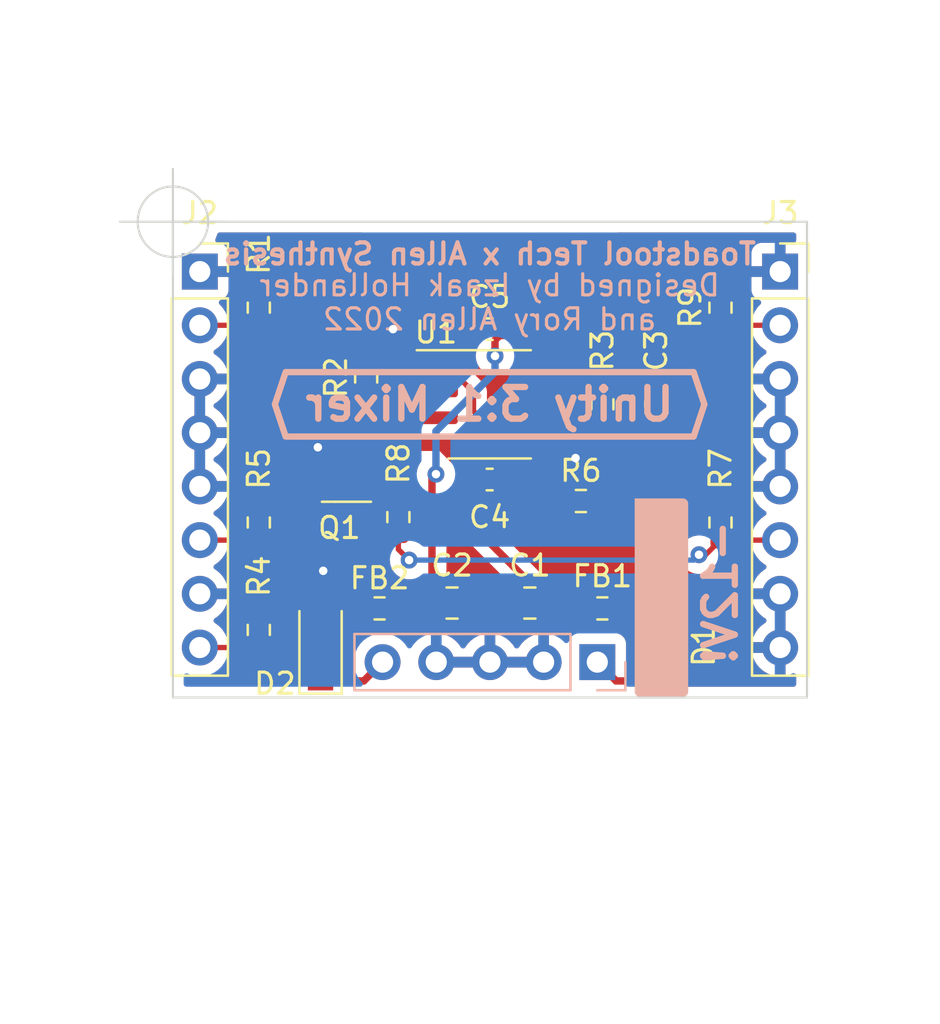
<source format=kicad_pcb>
(kicad_pcb (version 20211014) (generator pcbnew)
  (layers (0 "F.Cu" signal) (31 "B.Cu" signal) (34 "B.Paste" user) (35 "F.Paste" user) (36 "B.SilkS" user "B.Silkscreen") (37 "F.SilkS" user "F.Silkscreen") (38 "B.Mask" user) (39 "F.Mask" user) (44 "Edge.Cuts" user))
  (net 0 "")
  (net 1 "-12V")
  (net 2 "GND")
  (net 3 "+12V")
  (net 4 "Net-(D1-Pad1)")
  (net 5 "Net-(D1-Pad2)")
  (net 6 "Net-(D2-Pad1)")
  (net 7 "Net-(D2-Pad2)")
  (net 8 "Net-(C3-Pad1)")
  (net 9 "Net-(C3-Pad2)")
  (net 10 "Net-(J2-Pad2)")
  (net 11 "Net-(J2-Pad6)")
  (net 12 "Net-(J2-Pad8)")
  (net 13 "Net-(J3-Pad2)")
  (net 14 "Net-(J3-Pad6)")
  (net 15 "Net-(Q1-Pad2)")
  (net 16 "Net-(Q1-Pad3)")
  (net 17 "Net-(R1-Pad2)")
  (net 18 "Net-(R2-Pad2)")
  (footprint "Resistor_SMD:R_0603_1608Metric" (layer "F.Cu") (at 20.32 18.288 180)
    (fp_text reference "FB1" (at 0 1.524) (layer "F.SilkS"))
    (fp_text value "FerriteBead_Small")
    (fp_line (start -0.237258 0.5225) (end 0.237258 0.5225) (layer "F.SilkS") (width 0.12))
    (fp_line (start -0.237258 -0.5225) (end 0.237258 -0.5225) (layer "F.SilkS") (width 0.12))
    (pad "1" smd roundrect (at -0.825 0 180) (size 0.8 0.95) (layers "F.Cu" "F.Paste" "F.Mask") (net 4 "Net-(D1-Pad1)"))
    (pad "2" smd roundrect (at 0.825 0 180) (size 0.8 0.95) (layers "F.Cu" "F.Paste" "F.Mask") (net 1 "-12V"))
  )
  (footprint "Resistor_SMD:R_0603_1608Metric" (layer "F.Cu") (at 20.32 8.636 90)
    (fp_text reference "R3" (at 2.54 0 90) (layer "F.SilkS"))
    (fp_text value "100k")
    (fp_line (start -0.237258 -0.5225) (end 0.237258 -0.5225) (layer "F.SilkS") (width 0.12))
    (fp_line (start -0.237258 0.5225) (end 0.237258 0.5225) (layer "F.SilkS") (width 0.12))
    (pad "1" smd roundrect (at -0.825 0 90) (size 0.8 0.95) (layers "F.Cu" "F.Paste" "F.Mask") (net 8 "Net-(C3-Pad1)"))
    (pad "2" smd roundrect (at 0.825 0 90) (size 0.8 0.95) (layers "F.Cu" "F.Paste" "F.Mask") (net 9 "Net-(C3-Pad2)"))
  )
  (footprint "Capacitor_SMD:C_0603_1608Metric" (layer "F.Cu") (at 14.986 12.192)
    (fp_text reference "C4" (at 0 1.778) (layer "F.SilkS"))
    (fp_text value "100nF")
    (fp_line (start -0.14058 -0.51) (end 0.14058 -0.51) (layer "F.SilkS") (width 0.12))
    (fp_line (start -0.14058 0.51) (end 0.14058 0.51) (layer "F.SilkS") (width 0.12))
    (pad "1" smd roundrect (at -0.775 0) (size 0.9 0.95) (layers "F.Cu" "F.Paste" "F.Mask") (net 1 "-12V"))
    (pad "2" smd roundrect (at 0.775 0) (size 0.9 0.95) (layers "F.Cu" "F.Paste" "F.Mask") (net 2 "GND"))
  )
  (footprint "Diode_SMD:D_SOD-123" (layer "F.Cu") (at 6.985 20.066 90)
    (fp_text reference "D2" (at -1.778 -2.159 180) (layer "F.SilkS"))
    (fp_text value "1N5817")
    (fp_line (start -2.25 -1) (end -2.25 1) (layer "F.SilkS") (width 0.12))
    (fp_line (start -2.25 1) (end 1.65 1) (layer "F.SilkS") (width 0.12))
    (fp_line (start -2.25 -1) (end 1.65 -1) (layer "F.SilkS") (width 0.12))
    (pad "1" smd rect (at -1.65 0 90) (size 0.9 1.2) (layers "F.Cu" "F.Paste" "F.Mask") (net 6 "Net-(D2-Pad1)"))
    (pad "2" smd rect (at 1.65 0 90) (size 0.9 1.2) (layers "F.Cu" "F.Paste" "F.Mask") (net 7 "Net-(D2-Pad2)"))
  )
  (footprint "Resistor_SMD:R_0603_1608Metric" (layer "F.Cu") (at 4.064 14.224 90)
    (fp_text reference "R5" (at 2.54 0 90) (layer "F.SilkS"))
    (fp_text value "100k")
    (fp_line (start -0.237258 -0.5225) (end 0.237258 -0.5225) (layer "F.SilkS") (width 0.12))
    (fp_line (start -0.237258 0.5225) (end 0.237258 0.5225) (layer "F.SilkS") (width 0.12))
    (pad "1" smd roundrect (at -0.825 0 90) (size 0.8 0.95) (layers "F.Cu" "F.Paste" "F.Mask") (net 11 "Net-(J2-Pad6)"))
    (pad "2" smd roundrect (at 0.825 0 90) (size 0.8 0.95) (layers "F.Cu" "F.Paste" "F.Mask") (net 17 "Net-(R1-Pad2)"))
  )
  (footprint "Resistor_SMD:R_0603_1608Metric" (layer "F.Cu") (at 25.908 4.064 90)
    (fp_text reference "R9" (at 0 -1.43 90) (layer "F.SilkS"))
    (fp_text value "100k")
    (fp_line (start -0.237258 -0.5225) (end 0.237258 -0.5225) (layer "F.SilkS") (width 0.12))
    (fp_line (start -0.237258 0.5225) (end 0.237258 0.5225) (layer "F.SilkS") (width 0.12))
    (pad "1" smd roundrect (at -0.825 0 90) (size 0.8 0.95) (layers "F.Cu" "F.Paste" "F.Mask") (net 13 "Net-(J3-Pad2)"))
    (pad "2" smd roundrect (at 0.825 0 90) (size 0.8 0.95) (layers "F.Cu" "F.Paste" "F.Mask") (net 17 "Net-(R1-Pad2)"))
  )
  (footprint "Capacitor_SMD:C_0805_2012Metric" (layer "F.Cu") (at 16.891 18.034 180)
    (fp_text reference "C1" (at 0 1.778) (layer "F.SilkS"))
    (fp_text value "10uF")
    (fp_line (start -0.261252 -0.735) (end 0.261252 -0.735) (layer "F.SilkS") (width 0.12))
    (fp_line (start -0.261252 0.735) (end 0.261252 0.735) (layer "F.SilkS") (width 0.12))
    (pad "1" smd roundrect (at -0.95 0 180) (size 1 1.45) (layers "F.Cu" "F.Paste" "F.Mask") (net 1 "-12V"))
    (pad "2" smd roundrect (at 0.95 0 180) (size 1 1.45) (layers "F.Cu" "F.Paste" "F.Mask") (net 2 "GND"))
  )
  (footprint "Resistor_SMD:R_0603_1608Metric" (layer "F.Cu") (at 9.144 7.366 90)
    (fp_text reference "R2" (at 0 -1.43 90) (layer "F.SilkS"))
    (fp_text value "100k")
    (fp_line (start -0.237258 -0.5225) (end 0.237258 -0.5225) (layer "F.SilkS") (width 0.12))
    (fp_line (start -0.237258 0.5225) (end 0.237258 0.5225) (layer "F.SilkS") (width 0.12))
    (pad "1" smd roundrect (at -0.825 0 90) (size 0.8 0.95) (layers "F.Cu" "F.Paste" "F.Mask") (net 17 "Net-(R1-Pad2)"))
    (pad "2" smd roundrect (at 0.825 0 90) (size 0.8 0.95) (layers "F.Cu" "F.Paste" "F.Mask") (net 18 "Net-(R2-Pad2)"))
  )
  (footprint "Resistor_SMD:R_0603_1608Metric" (layer "F.Cu") (at 19.304 13.208)
    (fp_text reference "R6" (at 0 -1.43) (layer "F.SilkS"))
    (fp_text value "100k")
    (fp_line (start -0.237258 0.5225) (end 0.237258 0.5225) (layer "F.SilkS") (width 0.12))
    (fp_line (start -0.237258 -0.5225) (end 0.237258 -0.5225) (layer "F.SilkS") (width 0.12))
    (pad "1" smd roundrect (at -0.825 0) (size 0.8 0.95) (layers "F.Cu" "F.Paste" "F.Mask") (net 18 "Net-(R2-Pad2)"))
    (pad "2" smd roundrect (at 0.825 0) (size 0.8 0.95) (layers "F.Cu" "F.Paste" "F.Mask") (net 8 "Net-(C3-Pad1)"))
  )
  (footprint "Capacitor_SMD:C_0603_1608Metric" (layer "F.Cu") (at 22.86 8.636 90)
    (fp_text reference "C3" (at 2.54 0 90) (layer "F.SilkS"))
    (fp_text value "18pf")
    (fp_line (start -0.14058 0.51) (end 0.14058 0.51) (layer "F.SilkS") (width 0.12))
    (fp_line (start -0.14058 -0.51) (end 0.14058 -0.51) (layer "F.SilkS") (width 0.12))
    (pad "1" smd roundrect (at -0.775 0 90) (size 0.9 0.95) (layers "F.Cu" "F.Paste" "F.Mask") (net 8 "Net-(C3-Pad1)"))
    (pad "2" smd roundrect (at 0.775 0 90) (size 0.9 0.95) (layers "F.Cu" "F.Paste" "F.Mask") (net 9 "Net-(C3-Pad2)"))
  )
  (footprint "Resistor_SMD:R_0603_1608Metric" (layer "F.Cu") (at 9.779 18.288)
    (fp_text reference "FB2" (at 0 -1.43) (layer "F.SilkS"))
    (fp_text value "FerriteBead_Small")
    (fp_line (start -0.237258 0.5225) (end 0.237258 0.5225) (layer "F.SilkS") (width 0.12))
    (fp_line (start -0.237258 -0.5225) (end 0.237258 -0.5225) (layer "F.SilkS") (width 0.12))
    (pad "1" smd roundrect (at -0.825 0) (size 0.8 0.95) (layers "F.Cu" "F.Paste" "F.Mask") (net 7 "Net-(D2-Pad2)"))
    (pad "2" smd roundrect (at 0.825 0) (size 0.8 0.95) (layers "F.Cu" "F.Paste" "F.Mask") (net 3 "+12V"))
  )
  (footprint "Resistor_SMD:R_0603_1608Metric" (layer "F.Cu") (at 10.668 13.97 90)
    (fp_text reference "R8" (at 2.54 0 90) (layer "F.SilkS"))
    (fp_text value "1k")
    (fp_line (start -0.237258 0.5225) (end 0.237258 0.5225) (layer "F.SilkS") (width 0.12))
    (fp_line (start -0.237258 -0.5225) (end 0.237258 -0.5225) (layer "F.SilkS") (width 0.12))
    (pad "1" smd roundrect (at -0.825 0 90) (size 0.8 0.95) (layers "F.Cu" "F.Paste" "F.Mask") (net 14 "Net-(J3-Pad6)"))
    (pad "2" smd roundrect (at 0.825 0 90) (size 0.8 0.95) (layers "F.Cu" "F.Paste" "F.Mask") (net 15 "Net-(Q1-Pad2)"))
  )
  (footprint "Diode_SMD:D_SOD-123" (layer "F.Cu") (at 23.114 20.066 -90)
    (fp_text reference "D1" (at 0 -2 90) (layer "F.SilkS"))
    (fp_text value "1N5817")
    (fp_line (start -2.25 -1) (end 1.65 -1) (layer "F.SilkS") (width 0.12))
    (fp_line (start -2.25 1) (end 1.65 1) (layer "F.SilkS") (width 0.12))
    (fp_line (start -2.25 -1) (end -2.25 1) (layer "F.SilkS") (width 0.12))
    (pad "1" smd rect (at -1.65 0 270) (size 0.9 1.2) (layers "F.Cu" "F.Paste" "F.Mask") (net 4 "Net-(D1-Pad1)"))
    (pad "2" smd rect (at 1.65 0 270) (size 0.9 1.2) (layers "F.Cu" "F.Paste" "F.Mask") (net 5 "Net-(D1-Pad2)"))
  )
  (footprint "Capacitor_SMD:C_0805_2012Metric" (layer "F.Cu") (at 13.208 18.034 180)
    (fp_text reference "C2" (at 0 1.778) (layer "F.SilkS"))
    (fp_text value "10uF")
    (fp_line (start -0.261252 0.735) (end 0.261252 0.735) (layer "F.SilkS") (width 0.12))
    (fp_line (start -0.261252 -0.735) (end 0.261252 -0.735) (layer "F.SilkS") (width 0.12))
    (pad "1" smd roundrect (at -0.95 0 180) (size 1 1.45) (layers "F.Cu" "F.Paste" "F.Mask") (net 2 "GND"))
    (pad "2" smd roundrect (at 0.95 0 180) (size 1 1.45) (layers "F.Cu" "F.Paste" "F.Mask") (net 3 "+12V"))
  )
  (footprint "Resistor_SMD:R_0603_1608Metric" (layer "F.Cu") (at 4.064 19.304 -90)
    (fp_text reference "R4" (at -2.54 0 90) (layer "F.SilkS"))
    (fp_text value "2k")
    (fp_line (start -0.237258 0.5225) (end 0.237258 0.5225) (layer "F.SilkS") (width 0.12))
    (fp_line (start -0.237258 -0.5225) (end 0.237258 -0.5225) (layer "F.SilkS") (width 0.12))
    (pad "1" smd roundrect (at -0.825 0 270) (size 0.8 0.95) (layers "F.Cu" "F.Paste" "F.Mask") (net 16 "Net-(Q1-Pad3)"))
    (pad "2" smd roundrect (at 0.825 0 270) (size 0.8 0.95) (layers "F.Cu" "F.Paste" "F.Mask") (net 12 "Net-(J2-Pad8)"))
  )
  (footprint "Resistor_SMD:R_0603_1608Metric" (layer "F.Cu") (at 25.908 14.224 -90)
    (fp_text reference "R7" (at -2.54 0 90) (layer "F.SilkS"))
    (fp_text value "1k")
    (fp_line (start -0.237258 -0.5225) (end 0.237258 -0.5225) (layer "F.SilkS") (width 0.12))
    (fp_line (start -0.237258 0.5225) (end 0.237258 0.5225) (layer "F.SilkS") (width 0.12))
    (pad "1" smd roundrect (at -0.825 0 270) (size 0.8 0.95) (layers "F.Cu" "F.Paste" "F.Mask") (net 9 "Net-(C3-Pad2)"))
    (pad "2" smd roundrect (at 0.825 0 270) (size 0.8 0.95) (layers "F.Cu" "F.Paste" "F.Mask") (net 14 "Net-(J3-Pad6)"))
  )
  (footprint "Connector_PinSocket_2.54mm:PinSocket_1x08_P2.54mm_Vertical" (layer "F.Cu") (at 28.73 2.3578)
    (fp_text reference "J3" (at 0 -2.77) (layer "F.SilkS"))
    (fp_text value "Conn_01x08_Female")
    (fp_line (start 1.33 -1.33) (end 1.33 0) (layer "F.SilkS") (width 0.12))
    (fp_line (start -1.33 19.11) (end 1.33 19.11) (layer "F.SilkS") (width 0.12))
    (fp_line (start 1.33 1.27) (end 1.33 19.11) (layer "F.SilkS") (width 0.12))
    (fp_line (start 0 -1.33) (end 1.33 -1.33) (layer "F.SilkS") (width 0.12))
    (fp_line (start -1.33 1.27) (end -1.33 19.11) (layer "F.SilkS") (width 0.12))
    (fp_line (start -1.33 1.27) (end 1.33 1.27) (layer "F.SilkS") (width 0.12))
    (pad "1" thru_hole rect (at 0 0) (size 1.7 1.7) (drill 1) (layers *.Cu *.Mask) (net 2 "GND"))
    (pad "2" thru_hole oval (at 0 2.54) (size 1.7 1.7) (drill 1) (layers *.Cu *.Mask) (net 13 "Net-(J3-Pad2)"))
    (pad "3" thru_hole oval (at 0 5.08) (size 1.7 1.7) (drill 1) (layers *.Cu *.Mask) (net 2 "GND"))
    (pad "4" thru_hole oval (at 0 7.62) (size 1.7 1.7) (drill 1) (layers *.Cu *.Mask) (net 2 "GND"))
    (pad "5" thru_hole oval (at 0 10.16) (size 1.7 1.7) (drill 1) (layers *.Cu *.Mask) (net 2 "GND"))
    (pad "6" thru_hole oval (at 0 12.7) (size 1.7 1.7) (drill 1) (layers *.Cu *.Mask) (net 14 "Net-(J3-Pad6)"))
    (pad "7" thru_hole oval (at 0 15.24) (size 1.7 1.7) (drill 1) (layers *.Cu *.Mask) (net 2 "GND"))
    (pad "8" thru_hole oval (at 0 17.78) (size 1.7 1.7) (drill 1) (layers *.Cu *.Mask) (net 2 "GND"))
  )
  (footprint "Package_SO:SOIC-8_3.9x4.9mm_P1.27mm" (layer "F.Cu") (at 14.986 8.636)
    (fp_text reference "U1" (at -2.54 -3.4) (layer "F.SilkS"))
    (fp_text value "TL072")
    (fp_line (start 0 -2.56) (end 1.95 -2.56) (layer "F.SilkS") (width 0.12))
    (fp_line (start 0 2.56) (end -1.95 2.56) (layer "F.SilkS") (width 0.12))
    (fp_line (start 0 -2.56) (end -3.45 -2.56) (layer "F.SilkS") (width 0.12))
    (fp_line (start 0 2.56) (end 1.95 2.56) (layer "F.SilkS") (width 0.12))
    (pad "1" smd roundrect (at -2.475 -1.905) (size 1.95 0.6) (layers "F.Cu" "F.Paste" "F.Mask") (net 18 "Net-(R2-Pad2)"))
    (pad "2" smd roundrect (at -2.475 -0.635) (size 1.95 0.6) (layers "F.Cu" "F.Paste" "F.Mask") (net 17 "Net-(R1-Pad2)"))
    (pad "3" smd roundrect (at -2.475 0.635) (size 1.95 0.6) (layers "F.Cu" "F.Paste" "F.Mask") (net 2 "GND"))
    (pad "4" smd roundrect (at -2.475 1.905) (size 1.95 0.6) (layers "F.Cu" "F.Paste" "F.Mask") (net 1 "-12V"))
    (pad "5" smd roundrect (at 2.475 1.905) (size 1.95 0.6) (layers "F.Cu" "F.Paste" "F.Mask") (net 2 "GND"))
    (pad "6" smd roundrect (at 2.475 0.635) (size 1.95 0.6) (layers "F.Cu" "F.Paste" "F.Mask") (net 8 "Net-(C3-Pad1)"))
    (pad "7" smd roundrect (at 2.475 -0.635) (size 1.95 0.6) (layers "F.Cu" "F.Paste" "F.Mask") (net 9 "Net-(C3-Pad2)"))
    (pad "8" smd roundrect (at 2.475 -1.905) (size 1.95 0.6) (layers "F.Cu" "F.Paste" "F.Mask") (net 3 "+12V"))
  )
  (footprint "Package_TO_SOT_SMD:SOT-23" (layer "F.Cu") (at 7.6985 11.684 180)
    (fp_text reference "Q1" (at -0.1755 -2.794) (layer "F.SilkS"))
    (fp_text value "2N3904")
    (fp_line (start 0 1.56) (end -0.65 1.56) (layer "F.SilkS") (width 0.12))
    (fp_line (start 0 1.56) (end 0.65 1.56) (layer "F.SilkS") (width 0.12))
    (fp_line (start 0 -1.56) (end -1.675 -1.56) (layer "F.SilkS") (width 0.12))
    (fp_line (start 0 -1.56) (end 0.65 -1.56) (layer "F.SilkS") (width 0.12))
    (pad "1" smd roundrect (at -0.9375 -0.95 180) (size 1.475 0.6) (layers "F.Cu" "F.Paste" "F.Mask") (net 2 "GND"))
    (pad "2" smd roundrect (at -0.9375 0.95 180) (size 1.475 0.6) (layers "F.Cu" "F.Paste" "F.Mask") (net 15 "Net-(Q1-Pad2)"))
    (pad "3" smd roundrect (at 0.9375 0 180) (size 1.475 0.6) (layers "F.Cu" "F.Paste" "F.Mask") (net 16 "Net-(Q1-Pad3)"))
  )
  (footprint "Connector_PinSocket_2.54mm:PinSocket_1x08_P2.54mm_Vertical" (layer "F.Cu") (at 1.2726 2.3578)
    (fp_text reference "J2" (at 0 -2.77) (layer "F.SilkS"))
    (fp_text value "Conn_01x08_Female")
    (fp_line (start 1.33 -1.33) (end 1.33 0) (layer "F.SilkS") (width 0.12))
    (fp_line (start -1.33 1.27) (end -1.33 19.11) (layer "F.SilkS") (width 0.12))
    (fp_line (start -1.33 19.11) (end 1.33 19.11) (layer "F.SilkS") (width 0.12))
    (fp_line (start 0 -1.33) (end 1.33 -1.33) (layer "F.SilkS") (width 0.12))
    (fp_line (start 1.33 1.27) (end 1.33 19.11) (layer "F.SilkS") (width 0.12))
    (fp_line (start -1.33 1.27) (end 1.33 1.27) (layer "F.SilkS") (width 0.12))
    (pad "1" thru_hole rect (at 0 0) (size 1.7 1.7) (drill 1) (layers *.Cu *.Mask) (net 2 "GND"))
    (pad "2" thru_hole oval (at 0 2.54) (size 1.7 1.7) (drill 1) (layers *.Cu *.Mask) (net 10 "Net-(J2-Pad2)"))
    (pad "3" thru_hole oval (at 0 5.08) (size 1.7 1.7) (drill 1) (layers *.Cu *.Mask) (net 2 "GND"))
    (pad "4" thru_hole oval (at 0 7.62) (size 1.7 1.7) (drill 1) (layers *.Cu *.Mask) (net 2 "GND"))
    (pad "5" thru_hole oval (at 0 10.16) (size 1.7 1.7) (drill 1) (layers *.Cu *.Mask) (net 2 "GND"))
    (pad "6" thru_hole oval (at 0 12.7) (size 1.7 1.7) (drill 1) (layers *.Cu *.Mask) (net 11 "Net-(J2-Pad6)"))
    (pad "7" thru_hole oval (at 0 15.24) (size 1.7 1.7) (drill 1) (layers *.Cu *.Mask) (net 2 "GND"))
    (pad "8" thru_hole oval (at 0 17.78) (size 1.7 1.7) (drill 1) (layers *.Cu *.Mask) (net 12 "Net-(J2-Pad8)"))
  )
  (footprint "Resistor_SMD:R_0603_1608Metric" (layer "F.Cu") (at 4.064 4.064 90)
    (fp_text reference "R1" (at 2.54 0 90) (layer "F.SilkS"))
    (fp_text value "100k")
    (fp_line (start -0.237258 -0.5225) (end 0.237258 -0.5225) (layer "F.SilkS") (width 0.12))
    (fp_line (start -0.237258 0.5225) (end 0.237258 0.5225) (layer "F.SilkS") (width 0.12))
    (pad "1" smd roundrect (at -0.825 0 90) (size 0.8 0.95) (layers "F.Cu" "F.Paste" "F.Mask") (net 10 "Net-(J2-Pad2)"))
    (pad "2" smd roundrect (at 0.825 0 90) (size 0.8 0.95) (layers "F.Cu" "F.Paste" "F.Mask") (net 17 "Net-(R1-Pad2)"))
  )
  (footprint "Capacitor_SMD:C_0603_1608Metric" (layer "F.Cu") (at 14.986 5.08 180)
    (fp_text reference "C5" (at 0 1.524) (layer "F.SilkS"))
    (fp_text value "100nF")
    (fp_line (start -0.14058 0.51) (end 0.14058 0.51) (layer "F.SilkS") (width 0.12))
    (fp_line (start -0.14058 -0.51) (end 0.14058 -0.51) (layer "F.SilkS") (width 0.12))
    (pad "1" smd roundrect (at -0.775 0 180) (size 0.9 0.95) (layers "F.Cu" "F.Paste" "F.Mask") (net 3 "+12V"))
    (pad "2" smd roundrect (at 0.775 0 180) (size 0.9 0.95) (layers "F.Cu" "F.Paste" "F.Mask") (net 2 "GND"))
  )
  (footprint "Connector_PinHeader_2.54mm:PinHeader_1x05_P2.54mm_Vertical" (layer "B.Cu") (at 20.08 20.828 90)
    (fp_text reference "J1")
    (fp_text value "Conn_01x05_Male")
    (fp_line (start 1.33 -1.27) (end 1.33 -11.49) (layer "B.SilkS") (width 0.12))
    (fp_line (start -1.33 -1.27) (end -1.33 -11.49) (layer "B.SilkS") (width 0.12))
    (fp_line (start -1.33 1.33) (end 0 1.33) (layer "B.SilkS") (width 0.12))
    (fp_line (start -1.33 -1.27) (end 1.33 -1.27) (layer "B.SilkS") (width 0.12))
    (fp_line (start -1.33 -11.49) (end 1.33 -11.49) (layer "B.SilkS") (width 0.12))
    (fp_line (start -1.33 0) (end -1.33 1.33) (layer "B.SilkS") (width 0.12))
    (pad "1" thru_hole rect (at 0 0 90) (size 1.7 1.7) (drill 1) (layers *.Cu *.Mask) (net 5 "Net-(D1-Pad2)"))
    (pad "2" thru_hole oval (at 0 -2.54 90) (size 1.7 1.7) (drill 1) (layers *.Cu *.Mask) (net 2 "GND"))
    (pad "3" thru_hole oval (at 0 -5.08 90) (size 1.7 1.7) (drill 1) (layers *.Cu *.Mask) (net 2 "GND"))
    (pad "4" thru_hole oval (at 0 -7.62 90) (size 1.7 1.7) (drill 1) (layers *.Cu *.Mask) (net 2 "GND"))
    (pad "5" thru_hole oval (at 0 -10.16 90) (size 1.7 1.7) (drill 1) (layers *.Cu *.Mask) (net 6 "Net-(D2-Pad1)"))
  )
  (gr_poly (pts (xy 25.146 8.636) (xy 24.638 10.16) (xy 5.334 10.16) (xy 4.826 8.636) (xy 5.334 7.112) (xy 24.638 7.112)) (layer "B.SilkS") (width 0.3) (fill none))
  (gr_rect (start 22.098 22.225) (end 24.13 13.335) (layer "B.SilkS") (width 0.5) (fill none))
  (gr_rect (start 0 0) (end 30 22.5) (layer "Edge.Cuts") (width 0.1) (fill none))
  (gr_text "littol mixy boi" (at 14.986 1.524) (layer "F.Cu") (effects (font (size 1 1))))
  (gr_text "-12V!" (at 25.908 17.526 90) (layer "B.SilkS") (effects (font (size 1.5 1.5) (thickness 0.3)) (justify mirror)))
  (gr_text "Designed by Izaak Hollander\nand Rory Allen 2022" (at 14.986 3.81) (layer "B.SilkS") (effects (font (size 1 1)) (justify mirror)))
  (gr_text "Toadstool Tech x Allen Synthesis" (at 14.986 1.524) (layer "B.SilkS") (effects (font (size 1 1) (thickness 0.2)) (justify mirror)))
  (gr_text "Unity 3:1 Mixer" (at 14.986 8.636) (layer "B.SilkS") (effects (font (size 1.5 1.5) (thickness 0.3)) (justify mirror)))
  (target plus (at 0 0) (size 5) (width 0.1) (layer "Edge.Cuts"))
  (segment (start 14.211 14.404) (end 17.841 18.034) (width 0.35) (layer "F.Cu") (net 1))
  (segment (start 19.495 18.288) (end 18.095 18.288) (width 0.35) (layer "F.Cu") (net 1))
  (segment (start 12.56 10.541) (end 14.211 12.192) (width 0.35) (layer "F.Cu") (net 1))
  (segment (start 14.211 12.192) (end 14.211 14.404) (width 0.35) (layer "F.Cu") (net 1))
  (segment (start 12.511 10.541) (end 12.56 10.541) (width 0.35) (layer "F.Cu") (net 1))
  (segment (start 18.095 18.288) (end 17.841 18.034) (width 0.35) (layer "F.Cu") (net 1))
  (segment (start 15 20.828) (end 15 18.147) (width 0.35) (layer "F.Cu") (net 2))
  (segment (start 15 18.147) (end 15.113 18.034) (width 0.35) (layer "F.Cu") (net 2))
  (segment (start 12.46 20.828) (end 17.54 20.828) (width 0.35) (layer "F.Cu") (net 2))
  (segment (start 8.636 14.986) (end 7.112 16.51) (width 0.35) (layer "F.Cu") (net 2))
  (segment (start 14.158 18.034) (end 15.113 18.034) (width 0.35) (layer "F.Cu") (net 2))
  (segment (start 15.113 18.034) (end 15.941 18.034) (width 0.35) (layer "F.Cu") (net 2))
  (segment (start 14.211 5.08) (end 10.414 5.08) (width 0.35) (layer "F.Cu") (net 2))
  (segment (start 8.636 12.634) (end 8.636 14.986) (width 0.35) (layer "F.Cu") (net 2))
  (via (at 19.05 11.176) (size 0.8) (drill 0.4) (layers "F.Cu" "B.Cu") (net 2))
  (via (at 6.858 10.668) (size 0.8) (drill 0.4) (layers "F.Cu" "B.Cu") (net 2))
  (via (at 7.112 16.51) (size 0.8) (drill 0.4) (layers "F.Cu" "B.Cu") (net 2))
  (via (at 10.414 5.08) (size 0.8) (drill 0.4) (layers "F.Cu" "B.Cu") (net 2))
  (segment (start 12.004 18.288) (end 12.258 18.034) (width 0.35) (layer "F.Cu") (net 3))
  (segment (start 15.24 6.35) (end 15.24 5.601) (width 0.35) (layer "F.Cu") (net 3))
  (segment (start 15.24 5.601) (end 15.761 5.08) (width 0.35) (layer "F.Cu") (net 3))
  (segment (start 15.761 5.08) (end 15.81 5.08) (width 0.35) (layer "F.Cu") (net 3))
  (segment (start 12.258 18.034) (end 12.258 12.126) (width 0.35) (layer "F.Cu") (net 3))
  (segment (start 15.81 5.08) (end 17.461 6.731) (width 0.35) (layer "F.Cu") (net 3))
  (segment (start 12.258 12.126) (end 12.446 11.938) (width 0.35) (layer "F.Cu") (net 3))
  (segment (start 10.604 18.288) (end 12.004 18.288) (width 0.35) (layer "F.Cu") (net 3))
  (via (at 15.24 6.35) (size 0.8) (drill 0.4) (layers "F.Cu" "B.Cu") (net 3))
  (via (at 12.446 11.938) (size 0.8) (drill 0.4) (layers "F.Cu" "B.Cu") (net 3))
  (segment (start 12.446 11.938) (end 12.446 9.906) (width 0.35) (layer "B.Cu") (net 3))
  (segment (start 12.446 9.906) (end 15.24 7.112) (width 0.35) (layer "B.Cu") (net 3))
  (segment (start 15.24 6.35) (end 15.24 7.112) (width 0.35) (layer "B.Cu") (net 3))
  (segment (start 21.273 18.416) (end 21.145 18.288) (width 0.35) (layer "F.Cu") (net 4))
  (segment (start 23.114 18.416) (end 21.273 18.416) (width 0.35) (layer "F.Cu") (net 4))
  (segment (start 20.968 21.716) (end 20.08 20.828) (width 0.35) (layer "F.Cu") (net 5))
  (segment (start 23.114 21.716) (end 20.968 21.716) (width 0.35) (layer "F.Cu") (net 5))
  (segment (start 6.985 21.716) (end 9.032 21.716) (width 0.35) (layer "F.Cu") (net 6))
  (segment (start 9.032 21.716) (end 9.92 20.828) (width 0.35) (layer "F.Cu") (net 6))
  (segment (start 8.826 18.416) (end 8.954 18.288) (width 0.35) (layer "F.Cu") (net 7))
  (segment (start 6.985 18.416) (end 8.826 18.416) (width 0.35) (layer "F.Cu") (net 7))
  (segment (start 20.37 9.411) (end 20.32 9.461) (width 0.25) (layer "F.Cu") (net 8))
  (segment (start 20.129 9.652) (end 20.32 9.461) (width 0.25) (layer "F.Cu") (net 8))
  (segment (start 17.651 9.461) (end 17.461 9.271) (width 0.25) (layer "F.Cu") (net 8))
  (segment (start 20.129 13.208) (end 20.129 9.652) (width 0.25) (layer "F.Cu") (net 8))
  (segment (start 22.86 9.411) (end 20.37 9.411) (width 0.25) (layer "F.Cu") (net 8))
  (segment (start 20.32 9.461) (end 17.651 9.461) (width 0.25) (layer "F.Cu") (net 8))
  (segment (start 20.32 7.811) (end 22.81 7.811) (width 0.25) (layer "F.Cu") (net 9))
  (segment (start 25.908 13.399) (end 25.908 10.909) (width 0.25) (layer "F.Cu") (net 9))
  (segment (start 20.13 8.001) (end 20.32 7.811) (width 0.25) (layer "F.Cu") (net 9))
  (segment (start 22.81 7.811) (end 22.86 7.861) (width 0.25) (layer "F.Cu") (net 9))
  (segment (start 17.461 8.001) (end 20.13 8.001) (width 0.25) (layer "F.Cu") (net 9))
  (segment (start 25.908 10.909) (end 22.86 7.861) (width 0.25) (layer "F.Cu") (net 9))
  (segment (start 4.0552 4.8978) (end 4.064 4.889) (width 0.25) (layer "F.Cu") (net 10))
  (segment (start 1.2726 4.8978) (end 4.0552 4.8978) (width 0.25) (layer "F.Cu") (net 10))
  (segment (start 4.064 15.049) (end 4.0552 15.0578) (width 0.25) (layer "F.Cu") (net 11))
  (segment (start 4.0552 15.0578) (end 1.2726 15.0578) (width 0.25) (layer "F.Cu") (net 11))
  (segment (start 4.0552 20.1378) (end 1.2726 20.1378) (width 0.25) (layer "F.Cu") (net 12))
  (segment (start 4.064 20.129) (end 4.0552 20.1378) (width 0.25) (layer "F.Cu") (net 12))
  (segment (start 25.9168 4.8978) (end 25.908 4.889) (width 0.25) (layer "F.Cu") (net 13))
  (segment (start 28.73 4.8978) (end 25.9168 4.8978) (width 0.25) (layer "F.Cu") (net 13))
  (segment (start 25.9168 15.0578) (end 28.73 15.0578) (width 0.25) (layer "F.Cu") (net 14))
  (segment (start 25.209 15.748) (end 25.908 15.049) (width 0.25) (layer "F.Cu") (net 14))
  (segment (start 24.892 15.748) (end 25.209 15.748) (width 0.25) (layer "F.Cu") (net 14))
  (segment (start 10.668 15.494) (end 11.176 16.002) (width 0.25) (layer "F.Cu") (net 14))
  (segment (start 25.908 15.049) (end 25.9168 15.0578) (width 0.25) (layer "F.Cu") (net 14))
  (segment (start 10.668 14.795) (end 10.668 15.494) (width 0.25) (layer "F.Cu") (net 14))
  (via (at 24.892 15.748) (size 0.8) (drill 0.4) (layers "F.Cu" "B.Cu") (net 14))
  (via (at 11.176 16.002) (size 0.8) (drill 0.4) (layers "F.Cu" "B.Cu") (net 14))
  (segment (start 24.638 16.002) (end 24.892 15.748) (width 0.25) (layer "B.Cu") (net 14))
  (segment (start 11.176 16.002) (end 24.638 16.002) (width 0.25) (layer "B.Cu") (net 14))
  (segment (start 9.464 10.734) (end 10.668 11.938) (width 0.25) (layer "F.Cu") (net 15))
  (segment (start 8.636 10.734) (end 9.464 10.734) (width 0.25) (layer "F.Cu") (net 15))
  (segment (start 10.668 11.938) (end 10.668 13.145) (width 0.25) (layer "F.Cu") (net 15))
  (segment (start 5.334 17.78) (end 4.635 18.479) (width 0.25) (layer "F.Cu") (net 16))
  (segment (start 5.334 13.111) (end 5.334 17.78) (width 0.25) (layer "F.Cu") (net 16))
  (segment (start 6.761 11.684) (end 5.334 13.111) (width 0.25) (layer "F.Cu") (net 16))
  (segment (start 4.635 18.479) (end 4.064 18.479) (width 0.25) (layer "F.Cu") (net 16))
  (segment (start 12.321 8.191) (end 12.511 8.001) (width 0.25) (layer "F.Cu") (net 17))
  (segment (start 4.064 13.399) (end 4.064 12.022428) (width 0.25) (layer "F.Cu") (net 17))
  (segment (start 25.908 3.239) (end 4.064 3.239) (width 0.25) (layer "F.Cu") (net 17))
  (segment (start 9.016 8.191) (end 9.144 8.191) (width 0.25) (layer "F.Cu") (net 17))
  (segment (start 4.064 12.022428) (end 7.895428 8.191) (width 0.25) (layer "F.Cu") (net 17))
  (segment (start 4.064 3.239) (end 9.016 8.191) (width 0.25) (layer "F.Cu") (net 17))
  (segment (start 7.895428 8.191) (end 9.144 8.191) (width 0.25) (layer "F.Cu") (net 17))
  (segment (start 9.144 8.191) (end 12.321 8.191) (width 0.25) (layer "F.Cu") (net 17))
  (segment (start 14.224 8.067928) (end 12.887072 6.731) (width 0.25) (layer "F.Cu") (net 18))
  (segment (start 12.887072 6.731) (end 12.511 6.731) (width 0.25) (layer "F.Cu") (net 18))
  (segment (start 9.144 6.541) (end 12.321 6.541) (width 0.25) (layer "F.Cu") (net 18))
  (segment (start 18.479 13.208) (end 14.224 8.953) (width 0.25) (layer "F.Cu") (net 18))
  (segment (start 12.321 6.541) (end 12.511 6.731) (width 0.25) (layer "F.Cu") (net 18))
  (segment (start 14.224 8.953) (end 14.224 8.067928) (width 0.25) (layer "F.Cu") (net 18))
  (zone (net 2) (net_name "GND") (layers F&B.Cu) (connect_pads (clearance 0.508)) (min_thickness 0.254) (fill yes (thermal_gap 0.508) (thermal_bridge_width 0.508))
    (polygon (pts (xy 29.972 22.352) (xy 0 22.352) (xy 0 0) (xy 29.972 0)))
  )
  (zone (net 0) (net_name "") (layer "B.SilkS") (connect_pads (clearance 0.508)) (min_thickness 0.00001) (fill yes (thermal_gap 0.508) (thermal_bridge_width 0.508))
    (polygon (pts (xy 24.13 22.225) (xy 22.098 22.225) (xy 22.098 13.335) (xy 24.13 13.335)))
  )
)
</source>
